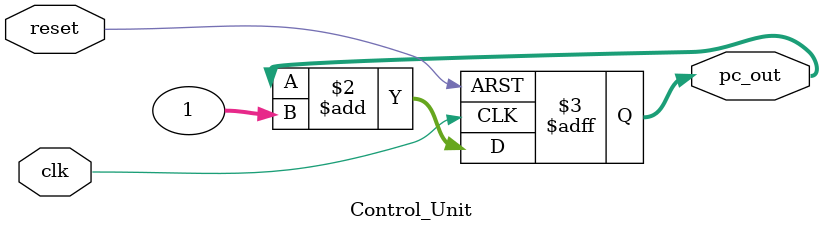
<source format=v>
`timescale 1ns / 1ps

module Control_Unit (
    input clk,
    input reset,
    output reg [31:0] pc_out
);  

   always @(posedge clk or posedge reset) begin
        if (reset) begin
            pc_out <= 0; // Reset to address of 1st instruction
        end else begin
            pc_out <= pc_out + 1; // Increment by 1
        end
    end

endmodule

</source>
